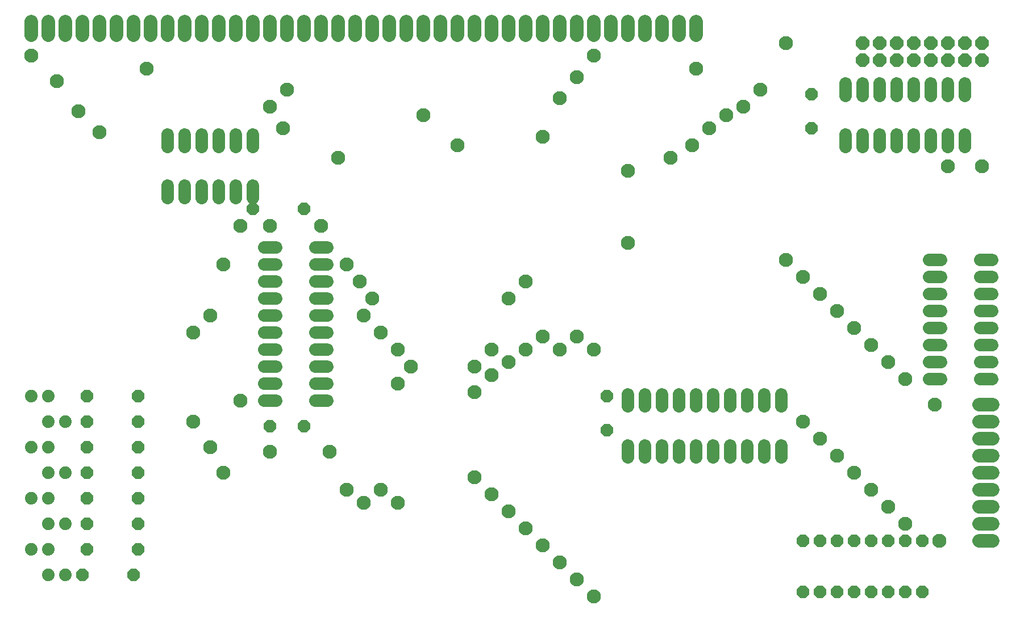
<source format=gbr>
G04 EAGLE Gerber RS-274X export*
G75*
%MOMM*%
%FSLAX34Y34*%
%LPD*%
%INTop Copper*%
%IPPOS*%
%AMOC8*
5,1,8,0,0,1.08239X$1,22.5*%
G01*
%ADD10P,1.979475X8X22.500000*%
%ADD11P,1.979475X8X292.500000*%
%ADD12C,1.828800*%
%ADD13C,1.879600*%
%ADD14C,2.032000*%
%ADD15P,2.199416X8X22.500000*%
%ADD16P,1.979475X8X202.500000*%
%ADD17P,1.979475X8X112.500000*%
%ADD18C,2.100000*%


D10*
X381000Y273050D03*
X431800Y273050D03*
D11*
X882650Y317500D03*
X882650Y266700D03*
X1187450Y768350D03*
X1187450Y717550D03*
D12*
X228600Y631444D02*
X228600Y613156D01*
X228600Y689356D02*
X228600Y707644D01*
D13*
X76200Y203200D03*
X50800Y203200D03*
X50800Y165100D03*
X25400Y165100D03*
X76200Y127000D03*
X50800Y127000D03*
X50800Y88900D03*
X25400Y88900D03*
X76200Y50800D03*
X50800Y50800D03*
D12*
X254000Y613156D02*
X254000Y631444D01*
X254000Y689356D02*
X254000Y707644D01*
X279400Y631444D02*
X279400Y613156D01*
X279400Y689356D02*
X279400Y707644D01*
X304800Y631444D02*
X304800Y613156D01*
X304800Y689356D02*
X304800Y707644D01*
X330200Y631444D02*
X330200Y613156D01*
X330200Y689356D02*
X330200Y707644D01*
X355600Y631444D02*
X355600Y613156D01*
X355600Y689356D02*
X355600Y707644D01*
D13*
X50800Y317500D03*
X25400Y317500D03*
X76200Y279400D03*
X50800Y279400D03*
X50800Y241300D03*
X25400Y241300D03*
D12*
X1238250Y689356D02*
X1238250Y707644D01*
X1263650Y707644D02*
X1263650Y689356D01*
X1390650Y689356D02*
X1390650Y707644D01*
X1416050Y707644D02*
X1416050Y689356D01*
X1289050Y689356D02*
X1289050Y707644D01*
X1314450Y707644D02*
X1314450Y689356D01*
X1365250Y689356D02*
X1365250Y707644D01*
X1339850Y707644D02*
X1339850Y689356D01*
X1416050Y765556D02*
X1416050Y783844D01*
X1390650Y783844D02*
X1390650Y765556D01*
X1365250Y765556D02*
X1365250Y783844D01*
X1339850Y783844D02*
X1339850Y765556D01*
X1314450Y765556D02*
X1314450Y783844D01*
X1289050Y783844D02*
X1289050Y765556D01*
X1263650Y765556D02*
X1263650Y783844D01*
X1238250Y783844D02*
X1238250Y765556D01*
X914400Y244094D02*
X914400Y225806D01*
X939800Y225806D02*
X939800Y244094D01*
X1066800Y244094D02*
X1066800Y225806D01*
X1092200Y225806D02*
X1092200Y244094D01*
X965200Y244094D02*
X965200Y225806D01*
X990600Y225806D02*
X990600Y244094D01*
X1041400Y244094D02*
X1041400Y225806D01*
X1016000Y225806D02*
X1016000Y244094D01*
X1117600Y244094D02*
X1117600Y225806D01*
X1143000Y225806D02*
X1143000Y244094D01*
X1143000Y302006D02*
X1143000Y320294D01*
X1117600Y320294D02*
X1117600Y302006D01*
X1092200Y302006D02*
X1092200Y320294D01*
X1066800Y320294D02*
X1066800Y302006D01*
X1041400Y302006D02*
X1041400Y320294D01*
X1016000Y320294D02*
X1016000Y302006D01*
X990600Y302006D02*
X990600Y320294D01*
X965200Y320294D02*
X965200Y302006D01*
X939800Y302006D02*
X939800Y320294D01*
X914400Y320294D02*
X914400Y302006D01*
X466344Y311150D02*
X448056Y311150D01*
X448056Y336550D02*
X466344Y336550D01*
X466344Y463550D02*
X448056Y463550D01*
X448056Y488950D02*
X466344Y488950D01*
X466344Y361950D02*
X448056Y361950D01*
X448056Y387350D02*
X466344Y387350D01*
X466344Y438150D02*
X448056Y438150D01*
X448056Y412750D02*
X466344Y412750D01*
X466344Y514350D02*
X448056Y514350D01*
X448056Y539750D02*
X466344Y539750D01*
X390144Y539750D02*
X371856Y539750D01*
X371856Y514350D02*
X390144Y514350D01*
X390144Y488950D02*
X371856Y488950D01*
X371856Y463550D02*
X390144Y463550D01*
X390144Y438150D02*
X371856Y438150D01*
X371856Y412750D02*
X390144Y412750D01*
X390144Y387350D02*
X371856Y387350D01*
X371856Y361950D02*
X390144Y361950D01*
X390144Y336550D02*
X371856Y336550D01*
X371856Y311150D02*
X390144Y311150D01*
D14*
X25400Y855980D02*
X25400Y876300D01*
X50800Y876300D02*
X50800Y855980D01*
X76200Y855980D02*
X76200Y876300D01*
X101600Y876300D02*
X101600Y855980D01*
X127000Y855980D02*
X127000Y876300D01*
X152400Y876300D02*
X152400Y855980D01*
X177800Y855980D02*
X177800Y876300D01*
X203200Y876300D02*
X203200Y855980D01*
X228600Y855980D02*
X228600Y876300D01*
X254000Y876300D02*
X254000Y855980D01*
X279400Y855980D02*
X279400Y876300D01*
X304800Y876300D02*
X304800Y855980D01*
X330200Y855980D02*
X330200Y876300D01*
X355600Y876300D02*
X355600Y855980D01*
X381000Y855980D02*
X381000Y876300D01*
X406400Y876300D02*
X406400Y855980D01*
X431800Y855980D02*
X431800Y876300D01*
X457200Y876300D02*
X457200Y855980D01*
X482600Y855980D02*
X482600Y876300D01*
X508000Y876300D02*
X508000Y855980D01*
X533400Y855980D02*
X533400Y876300D01*
X558800Y876300D02*
X558800Y855980D01*
X584200Y855980D02*
X584200Y876300D01*
X609600Y876300D02*
X609600Y855980D01*
X635000Y855980D02*
X635000Y876300D01*
X660400Y876300D02*
X660400Y855980D01*
X685800Y855980D02*
X685800Y876300D01*
X711200Y876300D02*
X711200Y855980D01*
X736600Y855980D02*
X736600Y876300D01*
X762000Y876300D02*
X762000Y855980D01*
X787400Y855980D02*
X787400Y876300D01*
X812800Y876300D02*
X812800Y855980D01*
X838200Y855980D02*
X838200Y876300D01*
X863600Y876300D02*
X863600Y855980D01*
X889000Y855980D02*
X889000Y876300D01*
X914400Y876300D02*
X914400Y855980D01*
X939800Y855980D02*
X939800Y876300D01*
X965200Y876300D02*
X965200Y855980D01*
X990600Y855980D02*
X990600Y876300D01*
X1016000Y876300D02*
X1016000Y855980D01*
D15*
X1263650Y819150D03*
X1263650Y844550D03*
X1289050Y819150D03*
X1289050Y844550D03*
X1314450Y819150D03*
X1314450Y844550D03*
X1339850Y819150D03*
X1339850Y844550D03*
X1365250Y819150D03*
X1365250Y844550D03*
X1390650Y819150D03*
X1390650Y844550D03*
X1416050Y819150D03*
X1416050Y844550D03*
X1441450Y819150D03*
X1441450Y844550D03*
D14*
X1437640Y101600D02*
X1457960Y101600D01*
X1457960Y127000D02*
X1437640Y127000D01*
X1437640Y152400D02*
X1457960Y152400D01*
X1457960Y177800D02*
X1437640Y177800D01*
X1437640Y203200D02*
X1457960Y203200D01*
X1457960Y228600D02*
X1437640Y228600D01*
X1437640Y254000D02*
X1457960Y254000D01*
X1457960Y279400D02*
X1437640Y279400D01*
X1437640Y304800D02*
X1457960Y304800D01*
D16*
X431800Y596900D03*
X355600Y596900D03*
D17*
X1352550Y25400D03*
X1352550Y101600D03*
X1327150Y25400D03*
X1327150Y101600D03*
X1301750Y25400D03*
X1301750Y101600D03*
X1276350Y25400D03*
X1276350Y101600D03*
X1250950Y25400D03*
X1250950Y101600D03*
X1225550Y25400D03*
X1225550Y101600D03*
X1200150Y25400D03*
X1200150Y101600D03*
X1174750Y25400D03*
X1174750Y101600D03*
D16*
X177800Y50800D03*
X101600Y50800D03*
X184150Y88900D03*
X107950Y88900D03*
X184150Y127000D03*
X107950Y127000D03*
X184150Y165100D03*
X107950Y165100D03*
X184150Y203200D03*
X107950Y203200D03*
X184150Y241300D03*
X107950Y241300D03*
X184150Y279400D03*
X107950Y279400D03*
X184150Y317500D03*
X107950Y317500D03*
D12*
X1362456Y520700D02*
X1380744Y520700D01*
X1380744Y495300D02*
X1362456Y495300D01*
X1362456Y368300D02*
X1380744Y368300D01*
X1380744Y342900D02*
X1362456Y342900D01*
X1362456Y469900D02*
X1380744Y469900D01*
X1380744Y444500D02*
X1362456Y444500D01*
X1362456Y393700D02*
X1380744Y393700D01*
X1380744Y419100D02*
X1362456Y419100D01*
X1438656Y342900D02*
X1456944Y342900D01*
X1456944Y368300D02*
X1438656Y368300D01*
X1438656Y393700D02*
X1456944Y393700D01*
X1456944Y419100D02*
X1438656Y419100D01*
X1438656Y444500D02*
X1456944Y444500D01*
X1456944Y469900D02*
X1438656Y469900D01*
X1438656Y495300D02*
X1456944Y495300D01*
X1456944Y520700D02*
X1438656Y520700D01*
D18*
X457200Y571500D03*
X336550Y571500D03*
X336550Y311150D03*
X469900Y234950D03*
X381000Y234950D03*
X381000Y571500D03*
X914400Y546100D03*
X914400Y654050D03*
X381000Y749300D03*
X1085850Y749300D03*
X1111250Y774700D03*
X406400Y774700D03*
X609600Y736600D03*
X1060450Y736600D03*
X660400Y692150D03*
X1009650Y692150D03*
X685800Y196850D03*
X685800Y323850D03*
X590550Y361950D03*
X685800Y361950D03*
X711200Y349250D03*
X711200Y171450D03*
X571500Y387350D03*
X711200Y387350D03*
X736600Y146050D03*
X736600Y368300D03*
X533400Y463550D03*
X736600Y463550D03*
X762000Y387350D03*
X762000Y120650D03*
X514350Y488950D03*
X762000Y488950D03*
X787400Y406400D03*
X787400Y95250D03*
X787400Y704850D03*
X127000Y711200D03*
X812800Y387350D03*
X812800Y69850D03*
X812800Y762000D03*
X95250Y742950D03*
X838200Y406400D03*
X838200Y44450D03*
X838200Y793750D03*
X63500Y787400D03*
X863600Y19050D03*
X863600Y825500D03*
X25400Y825500D03*
X863600Y387350D03*
X482600Y673100D03*
X977900Y673100D03*
X400050Y717550D03*
X1035050Y717550D03*
X1441450Y660400D03*
X1390650Y660400D03*
X1149350Y520700D03*
X1149350Y844550D03*
X1016000Y806450D03*
X196850Y806450D03*
X571500Y158750D03*
X571500Y336550D03*
X546100Y177800D03*
X546100Y412750D03*
X520700Y158750D03*
X520700Y438150D03*
X495300Y177800D03*
X495300Y514350D03*
X311150Y203200D03*
X311150Y514350D03*
X292100Y241300D03*
X292100Y438150D03*
X266700Y279400D03*
X266700Y412750D03*
X1371600Y304800D03*
X1377950Y101600D03*
X1327150Y342900D03*
X1327150Y127000D03*
X1301750Y368300D03*
X1301750Y152400D03*
X1276350Y393700D03*
X1276350Y177800D03*
X1250950Y419100D03*
X1250950Y203200D03*
X1225550Y444500D03*
X1225550Y228600D03*
X1200150Y469900D03*
X1200150Y254000D03*
X1174750Y495300D03*
X1174750Y279400D03*
M02*

</source>
